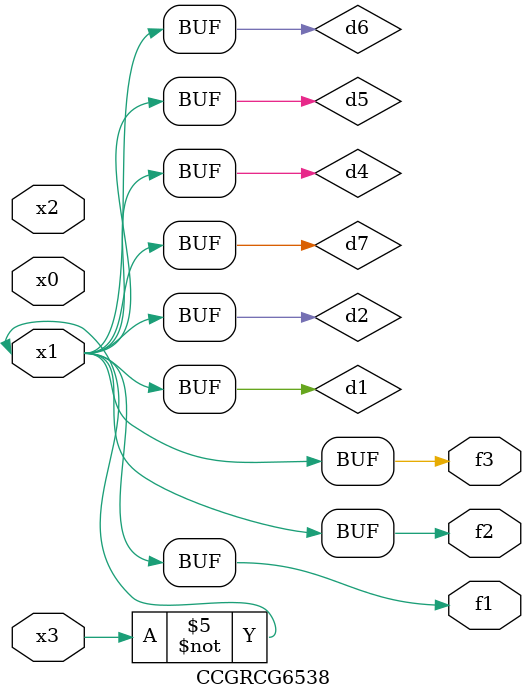
<source format=v>
module CCGRCG6538(
	input x0, x1, x2, x3,
	output f1, f2, f3
);

	wire d1, d2, d3, d4, d5, d6, d7;

	not (d1, x3);
	buf (d2, x1);
	xnor (d3, d1, d2);
	nor (d4, d1);
	buf (d5, d1, d2);
	buf (d6, d4, d5);
	nand (d7, d4);
	assign f1 = d6;
	assign f2 = d7;
	assign f3 = d6;
endmodule

</source>
